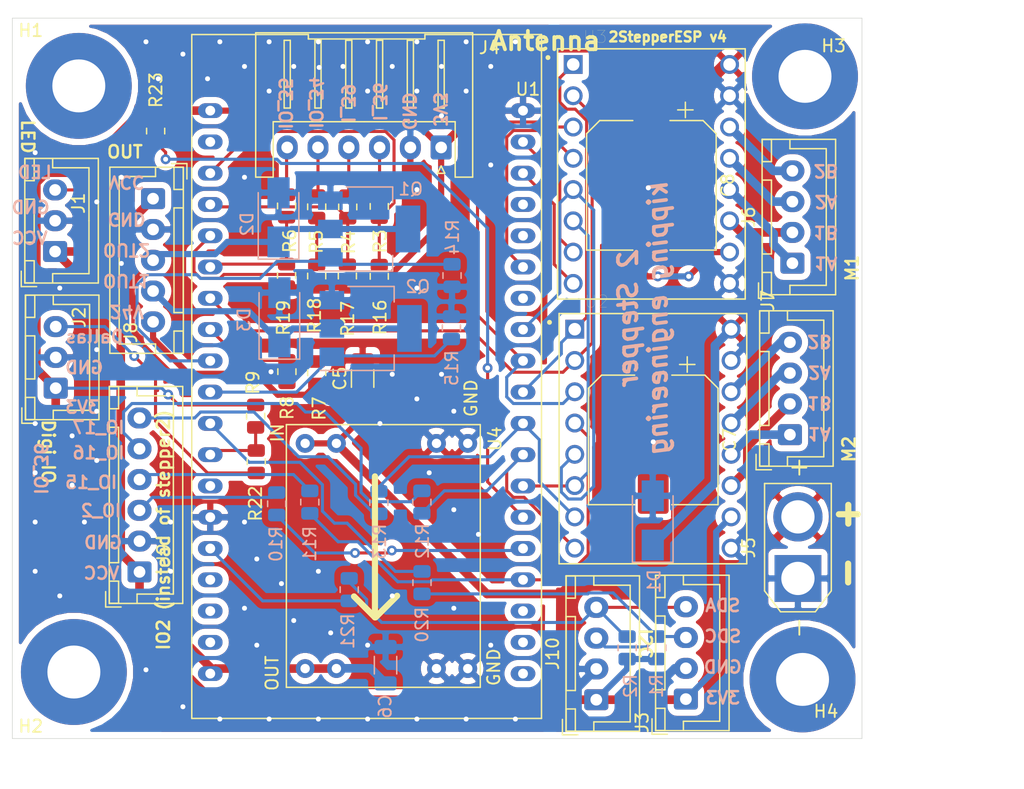
<source format=kicad_pcb>
(kicad_pcb (version 20240108) (generator "pcbnew") (generator_version "8.0")
  (layers (0 "F.Cu" signal) (31 "B.Cu" signal) (34 "B.Paste" user) (35 "F.Paste" user) (36 "B.SilkS" user "B.Silkscreen") (37 "F.SilkS" user "F.Silkscreen") (38 "B.Mask" user) (39 "F.Mask" user) (44 "Edge.Cuts" user))
  (net 0 "")
  (net 1 "LED")
  (net 2 "GND")
  (net 3 "VCC")
  (net 4 "Dallas")
  (net 5 "+3V3")
  (net 6 "SDA")
  (net 7 "SDC")
  (net 8 "Net-(J4-Pad6)")
  (net 9 "Net-(J4-Pad5)")
  (net 10 "Net-(J4-Pad4)")
  (net 11 "Net-(J4-Pad3)")
  (net 12 "+24V")
  (net 13 "Net-(J6-Pad4)")
  (net 14 "Net-(J6-Pad3)")
  (net 15 "Net-(J6-Pad2)")
  (net 16 "Net-(J6-Pad1)")
  (net 17 "Net-(J7-Pad4)")
  (net 18 "Net-(J7-Pad3)")
  (net 19 "Net-(J7-Pad2)")
  (net 20 "Net-(J7-Pad1)")
  (net 21 "Net-(U1-Pad20)")
  (net 22 "Net-(U1-Pad21)")
  (net 23 "Net-(U1-Pad17)")
  (net 24 "Net-(U1-Pad22)")
  (net 25 "Net-(U1-Pad16)")
  (net 26 "Net-(U1-Pad26)")
  (net 27 "OUT1")
  (net 28 "Net-(U1-Pad29)")
  (net 29 "Net-(U1-Pad30)")
  (net 30 "Net-(U1-Pad31)")
  (net 31 "Net-(U1-Pad32)")
  (net 32 "Net-(U1-Pad33)")
  (net 33 "Net-(U1-Pad34)")
  (net 34 "Net-(U1-Pad35)")
  (net 35 "Net-(U1-Pad36)")
  (net 36 "Net-(U1-Pad2)")
  (net 37 "Net-(U1-Pad37)")
  (net 38 "OUT2")
  (net 39 "Net-(U1-Pad18)")
  (net 40 "Net-(D2-Pad1)")
  (net 41 "Net-(D3-Pad1)")
  (net 42 "V_SUP")
  (net 43 "MOSI")
  (net 44 "Net-(J1-Pad3)")
  (net 45 "Net-(J2-Pad3)")
  (net 46 "Net-(J9-Pad6)")
  (net 47 "Net-(J9-Pad5)")
  (net 48 "Net-(J9-Pad4)")
  (net 49 "Net-(J9-Pad3)")
  (net 50 "Net-(R16-Pad2)")
  (net 51 "Net-(R17-Pad2)")
  (net 52 "Net-(R18-Pad2)")
  (net 53 "Net-(R19-Pad2)")
  (net 54 "GPIO_2")
  (net 55 "GPIO_15")
  (net 56 "GPIO_16")
  (net 57 "GPIO_17")
  (net 58 "Net-(U1-Pad13)")
  (net 59 "Net-(J10-Pad4)")
  (net 60 "Net-(J10-Pad3)")
  (footprint "Connector_JST:JST_XH_B4B-XH-A_1x04_P2.50mm_Vertical" (layer "F.Cu") (at 198.7 103.8 90)
    (property "Reference" "J3")
    (property "Value" "I2C")
  )
  (footprint "Connector_AMASS:AMASS_XT30U-F_1x02_P5.0mm_Vertical" (layer "F.Cu") (at 207.8 94 90)
    (property "Reference" "J5")
    (property "Value" "POWER_IN")
  )
  (footprint "Connector_JST:JST_XH_B4B-XH-A_1x04_P2.50mm_Vertical" (layer "F.Cu") (at 207.15 82.325 90)
    (property "Reference" "J7")
    (property "Value" "MOTOR")
  )
  (footprint "my_parts:ESP32_NODEMCU" (layer "F.Cu") (at 172.775 78.87 -90)
    (property "Reference" "U1")
    (property "Value" "NodeMCU32")
  )
  (footprint "MountingHole:MountingHole_4.3mm_M4_Pad" (layer "F.Cu") (at 149 101.6)
    (property "Reference" "H2")
    (property "Value" "MountingHole")
  )
  (footprint "MountingHole:MountingHole_4.3mm_M4_Pad" (layer "F.Cu") (at 208.375 53.225)
    (property "Reference" "H3")
    (property "Value" "MountingHole")
  )
  (footprint "MountingHole:MountingHole_4.3mm_M4_Pad" (layer "F.Cu") (at 208.175 102.2)
    (property "Reference" "H4")
    (property "Value" "MountingHole")
  )
  (footprint "Connector_JST:JST_XH_B5B-XH-A_1x05_P2.50mm_Vertical" (layer "F.Cu") (at 155.43 63.16 -90)
    (property "Reference" "J8")
    (property "Value" "OUT_IO")
  )
  (footprint "MountingHole:MountingHole_4.3mm_M4_Pad" (layer "F.Cu") (at 149.4 54)
    (property "Reference" "H1")
    (property "Value" "MountingHole")
  )
  (footprint "Connector_JST:JST_XH_B3B-XH-A_1x03_P2.50mm_Vertical" (layer "F.Cu") (at 147.475 67.45 90)
    (property "Reference" "J1")
    (property "Value" "LED_Strip")
  )
  (footprint "Capacitor_SMD:C_1206_3216Metric" (layer "F.Cu") (at 172.45 77.765 90)
    (property "Reference" "C5")
    (property "Value" "100µ")
  )
  (footprint "Capacitor_SMD:CP_Elec_10x10" (layer "F.Cu") (at 196.05 82.75 -90)
    (property "Reference" "C7")
    (property "Value" "100µ")
  )
  (footprint "Connector_JST:JST_XH_B3B-XH-A_1x03_P2.50mm_Vertical" (layer "F.Cu") (at 147.525 78.55 90)
    (property "Reference" "J2")
    (property "Value" "Dallas")
  )
  (footprint "Connector_JST:JST_XH_B4B-XH-A_1x04_P2.50mm_Vertical" (layer "F.Cu") (at 207.35 68.4 90)
    (property "Reference" "J6")
    (property "Value" "MOTOR")
  )
  (footprint "Connector_JST:JST_XH_B6B-XH-A_1x06_P2.50mm_Vertical" (layer "F.Cu") (at 154.33 93.47 90)
    (property "Reference" "J9")
    (property "Value" "INPUT")
  )
  (footprint "Resistor_SMD:R_0805_2012Metric" (layer "F.Cu") (at 173.8 63.7875 -90)
    (property "Reference" "R3")
    (property "Value" "100")
  )
  (footprint "Resistor_SMD:R_0805_2012Metric" (layer "F.Cu") (at 171.24 63.8325 -90)
    (property "Reference" "R4")
    (property "Value" "100")
  )
  (footprint "Resistor_SMD:R_0805_2012Metric" (layer "F.Cu") (at 168.72 63.82 -90)
    (property "Reference" "R5")
    (property "Value" "100")
  )
  (footprint "Resistor_SMD:R_0805_2012Metric" (layer "F.Cu") (at 166.275 63.75 -90)
    (property "Reference" "R6")
    (property "Value" "100")
  )
  (footprint "Resistor_SMD:R_0805_2012Metric" (layer "F.Cu") (at 168.72 77.2975 -90)
    (property "Reference" "R7")
    (property "Value" "100k")
  )
  (footprint "Resistor_SMD:R_0805_2012Metric" (layer "F.Cu") (at 166.3 77.2075 90)
    (property "Reference" "R8")
    (property "Value" "10k")
  )
  (footprint "Resistor_SMD:R_0805_2012Metric" (layer "F.Cu") (at 163.76 80.8225 -90)
    (property "Reference" "R9")
    (property "Value" "4k7")
  )
  (footprint "Resistor_SMD:R_0805_2012Metric" (layer "F.Cu") (at 173.8 69.47 90)
    (property "Reference" "R16")
    (property "Value" "4k7")
  )
  (footprint "Resistor_SMD:R_0805_2012Metric" (layer "F.Cu") (at 171.21 69.4425 90)
    (property "Reference" "R17")
    (property "Value" "4k7")
  )
  (footprint "Resistor_SMD:R_0805_2012Metric" (layer "F.Cu") (at 168.72 69.4425 90)
    (property "Reference" "R18")
    (property "Value" "4k7")
  )
  (footprint "Resistor_SMD:R_0805_2012Metric" (layer "F.Cu") (at 166.27 69.3875 90)
    (property "Reference" "R19")
    (property "Value" "4k7")
  )
  (footprint "Resistor_SMD:R_0805_2012Metric" (layer "F.Cu") (at 163.81 84.5225 90)
    (property "Reference" "R22")
    (property "Value" "100")
  )
  (footprint "Resistor_SMD:R_0805_2012Metric" (layer "F.Cu") (at 155.64 57.67 -90)
    (property "Reference" "R23")
    (property "Value" "100")
  )
  (footprint "Capacitor_SMD:CP_Elec_10x10" (layer "F.Cu") (at 195.9 62.075 -90)
    (property "Reference" "C8")
    (property "Value" "100µ")
  )
  (footprint "my_parts:MODULE_A4988_TMC2130_STEPPER" (layer "F.Cu") (at 195.9 61.15)
    (property "Reference" "U3")
    (property "Value" "A4988_TMC2130fysetc_STEPPER")
  )
  (footprint "my_parts:MODULE_A4988_TMC2130_STEPPER" (layer "F.Cu") (at 196.025 82.65)
    (property "Reference" "U2")
    (property "Value" "A4988_TMC2130fysetc_STEPPER")
  )
  (footprint "Connector_JST:JST_XH_B4B-XH-A_1x04_P2.50mm_Vertical" (layer "F.Cu") (at 191.425 103.85 90)
    (property "Reference" "J10")
    (property "Value" "I2C")
  )
  (footprint "my_parts:DCDC_1A_module" (layer "F.Cu") (at 175.4 91.16 90)
    (property "Reference" "U4")
    (property "Value" "DCDC_1A_Module")
  )
  (footprint "Connector_JST:JST_XH_S6B-XH-A_1x06_P2.50mm_Horizontal" (layer "F.Cu") (at 178.825 59 180)
    (property "Reference" "J4")
    (property "Value" "INPUT")
  )
  (footprint "Capacitor_SMD:C_1206_3216Metric" (layer "B.Cu") (at 174.31 101.045 90)
    (property "Reference" "C6")
    (property "Value" "100µ")
  )
  (footprint "Diode_SMD:D_SMA" (layer "B.Cu") (at 165.62 64.67 90)
    (property "Reference" "D2")
    (property "Value" "US2GA")
  )
  (footprint "Diode_SMD:D_SMA" (layer "B.Cu") (at 165.69 72.79 90)
    (property "Reference" "D3")
    (property "Value" "US2GA")
  )
  (footprint "Package_TO_SOT_SMD:SOT-223-3_TabPin2" (layer "B.Cu") (at 172.98 65.62)
    (property "Reference" "Q1")
    (property "Value" "BUK7880-55A")
  )
  (footprint "Package_TO_SOT_SMD:SOT-223-3_TabPin2" (layer "B.Cu") (at 173.1 73.7)
    (property "Reference" "Q2")
    (property "Value" "BUK7880-55A")
  )
  (footprint "Resistor_SMD:R_0805_2012Metric" (layer "B.Cu") (at 196.34 99.6325 -90)
    (property "Reference" "R1")
    (property "Value" "4k7")
  )
  (footprint "Resistor_SMD:R_0805_2012Metric" (layer "B.Cu") (at 193.93 99.6375 -90)
    (property "Reference" "R2")
    (property "Value" "4k7")
  )
  (footprint "Resistor_SMD:R_0805_2012Metric" (layer "B.Cu") (at 165.47 87.9375 -90)
    (property "Reference" "R10")
    (property "Value" "100")
  )
  (footprint "Resistor_SMD:R_0805_2012Metric" (layer "B.Cu") (at 168.16 87.8025 -90)
    (property "Reference" "R11")
    (property "Value" "100")
  )
  (footprint "Resistor_SMD:R_0805_2012Metric" (layer "B.Cu") (at 177.26 87.8 -90)
    (property "Reference" "R12")
    (property "Value" "100")
  )
  (footprint "Resistor_SMD:R_0805_2012Metric" (layer "B.Cu") (at 173.77 87.8425 90)
    (property "Reference" "R13")
    (property "Value" "100")
  )
  (footprint "Resistor_SMD:R_0805_2012Metric" (layer "B.Cu") (at 179.71 69.4025 -90)
    (property "Reference" "R14")
    (property "Value" "4k7")
  )
  (footprint "Resistor_SMD:R_0805_2012Metric" (layer "B.Cu") (at 179.66 73.6425 90)
    (property "Reference" "R15")
    (property "Value" "4k7")
  )
  (footprint "Resistor_SMD:R_0805_2012Metric" (layer "B.Cu") (at 177.27 94.3425 90)
    (property "Reference" "R20")
    (property "Value" "100")
  )
  (footprint "Resistor_SMD:R_0805_2012Metric" (layer "B.Cu") (at 171.36 94.91 -90)
    (property "Reference" "R21")
    (property "Value" "100")
  )
  (footprint "Diode_SMD:D_SMA" (layer "B.Cu") (at 196.01 89.29 90)
    (property "Reference" "D1")
    (property "Value" "US2GA")
  )
  (gr_line (start 144 107) (end 144 48.5) (stroke (width 0.05)) (layer "Edge.Cuts"))
  (gr_line (start 213 107) (end 144 107) (stroke (width 0.05)) (layer "Edge.Cuts"))
  (gr_line (start 144 48.5) (end 213 48.5) (stroke (width 0.05)) (layer "Edge.Cuts"))
  (gr_line (start 213 48.5) (end 213 107) (stroke (width 0.05)) (layer "Edge.Cuts"))
  (gr_text "v5\n" (at 154.1 105.35 0) (layer "F.Cu") (effects (font (size 1.5 1.5) (thickness 0.3))))
  (gr_text "VCC" (at 145.42 66.38 0) (layer "B.SilkS") (effects (font (size 1 1) (thickness 0.2)) (justify mirror)))
  (gr_text "3V3" (at 201.7 103.7 0) (layer "B.SilkS") (effects (font (size 1 1) (thickness 0.2)) (justify mirror)))
  (gr_text "SDC" (at 201.7 98.7 0) (layer "B.SilkS") (effects (font (size 1 1) (thickness 0.2)) (justify mirror)))
  (gr_text "GND" (at 201.7 101.2 0) (layer "B.SilkS") (effects (font (size 1 1) (thickness 0.2)) (justify mirror)))
  (gr_text "SDA" (at 201.7 96.2 0) (layer "B.SilkS") (effects (font (size 1 1) (thickness 0.2)) (justify mirror)))
  (gr_text "24V" (at 153.285 72.315 180) (layer "B.SilkS") (effects (font (size 1 1) (thickness 0.2)) (justify mirror)))
  (gr_text "1A" (at 210.075 68.395 180) (layer "B.SilkS") (effects (font (size 1 1) (thickness 0.2)) (justify mirror)))
  (gr_text "1B" (at 210.075 65.895 180) (layer "B.SilkS") (effects (font (size 1 1) (thickness 0.2)) (justify mirror)))
  (gr_text "2A" (at 210.075 63.395 180) (layer "B.SilkS") (effects (font (size 1 1) (thickness 0.2)) (justify mirror)))
  (gr_text "2B" (at 210.075 60.895 180) (layer "B.SilkS") (effects (font (size 1 1) (thickness 0.2)) (justify mirror)))
  (gr_text "1A" (at 209.55 82.25 180) (layer "B.SilkS") (effects (font (size 1 1) (thickness 0.2)) (justify mirror)))
  (gr_text "2A" (at 209.55 77.25 180) (layer "B.SilkS") (effects (font (size 1 1) (thickness 0.2)) (justify mirror)))
  (gr_text "2B" (at 209.55 74.75 180) (layer "B.SilkS") (effects (font (size 1 1) (thickness 0.2)) (justify mirror)))
  (gr_text "1B" (at 209.55 79.75 180) (layer "B.SilkS") (effects (font (size 1 1) (thickness 0.2)) (justify mirror)))
  (gr_text "IO_17" (at 151 81.75 0) (layer "B.SilkS") (effects (font (size 1 1) (thickness 0.2)) (justify mirror)))
  (gr_text "GND" (at 151.37 91.09 0) (layer "B.SilkS") (effects (font (size 1 1) (thickness 0.2)) (justify mirror)))
  (gr_text "IO_2" (at 151.2 88.5 0) (layer "B.SilkS") (effects (font (size 1 1) (thickness 0.2)) (justify mirror)))
  (gr_text "GND" (at 176.22 56.06 -90) (layer "B.SilkS") (effects (font (size 1 1) (thickness 0.2)) (justify mirror)))
  (gr_text "I_36" (at 173.83 55.29 -90) (layer "B.SilkS") (effects (font (size 1 1) (thickness 0.2)) (justify mirror)))
  (gr_text "IO_36" (at 146.3 85.08 -90) (layer "B.SilkS") (effects (font (size 1 1) (thickness 0.2)) (justify mirror)))
  (gr_text "VCC" (at 153.285 61.815 180) (layer "B.SilkS") (effects (font (size 1 1) (thickness 0.2)) (justify mirror)))
  (gr_text "3V3" (at 149.7 80.09 0) (layer "B.SilkS") (effects (font (size 1 1) (thickness 0.2)) (justify mirror)))
  (gr_text "LED" (at 145.83 61.03 0) (layer "B.SilkS") (effects (font (size 1 1) (thickness 0.2)) (justify mirror)))
  (gr_text "Dallas" (at 150.68 74.38 0) (layer "B.SilkS") (effects (font (size 1 1) (thickness 0.2)) (justify mirror)))
  (gr_text "IO_15" (at 150.4 86.2 0) (layer "B.SilkS") (effects (font (size 1 1) (thickness 0.2)) (justify mirror)))
  (gr_text "GND" (at 153.285 64.815 180) (layer "B.SilkS") (effects (font (size 1 1) (thickness 0.2)) (justify mirror)))
  (gr_text "IO_16" (at 151 83.8 0) (layer "B.SilkS") (effects (font (size 1 1) (thickness 0.2)) (justify mirror)))
  (gr_text "IO_35" (at 166.16 55.42 -90) (layer "B.SilkS") (effects (font (size 1 1) (thickness 0.2)) (justify mirror)))
  (gr_text "OUT2" (at 153.285 67.315 180) (layer "B.SilkS") (effects (font (size 1 1) (thickness 0.2)) (justify mirror)))
  (gr_text "3V3" (at 178.73 55.9 270) (layer "B.SilkS") (effects (font (size 1 1) (thickness 0.2)) (justify mirror)))
  (gr_text "2 Stepper\nkipping engineering" (at 195.21 72.8 90) (layer "B.SilkS") (effects (font (size 1.5 1.5) (thickness 0.3) (italic yes)) (justify mirror)))
  (gr_text "I_39" (at 171.25 55.42 -90) (layer "B.SilkS") (effects (font (size 1 1) (thickness 0.2)) (justify mirror)))
  (gr_text "GND" (at 145.49 63.88 0) (layer "B.SilkS") (effects (font (size 1 1) (thickness 0.2)) (justify mirror)))
  (gr_text "VCC" (at 151.24 93.58 0) (layer "B.SilkS") (effects (font (size 1 1) (thickness 0.2)) (justify mirror)))
  (gr_text "OUT1" (at 153.285 69.815 180) (layer "B.SilkS") (effects (font (size 1 1) (thickness 0.2)) (justify mirror)))
  (gr_text "IO_34" (at 168.64 55.36 -90) (layer "B.SilkS") (effects (font (size 1 1) (thickness 0.2)) (justify mirror)))
  (gr_text "GND" (at 149.84 76.88 0) (layer "B.SilkS") (effects (font (size 1 1) (thickness 0.2)) (justify mirror)))
  (gr_text "-" (at 211.74 93.56 90) (layer "F.SilkS") (effects (font (size 2 2) (thickness 0.5)) (justify mirror)))
  (gr_text "LED" (at 145.25 58.12 270) (layer "F.SilkS") (effects (font (size 1 1) (thickness 0.2))))
  (gr_text "M1" (at 212.2 68.8 90) (layer "F.SilkS") (effects (font (size 1 1) (thickness 0.2))))
  (gr_text "IO2 (instead of stepper2)" (at 156.27 90.07 90) (layer "F.SilkS") (effects (font (size 1 1) (thickness 0.2))))
  (gr_text "2StepperESP v4" (at 197.225 50.025 0) (layer "F.SilkS") (effects (font (size 0.8 0.8) (thickness 0.2))))
  (gr_text "M2" (at 211.95 83.5 90) (layer "F.SilkS") (effects (font (size 1 1) (thickness 0.2))))
  (gr_text "Antenna" (at 187.3 50.35 0) (layer "F.SilkS") (effects (font (size 1.5 1.5) (thickness 0.3))))
  (gr_text "OUT" (at 153.14 59.36 0) (layer "F.SilkS") (effects (font (size 1 1) (thickness 0.2))))
  (gr_text "I2C" (at 195.4 99.3 -90) (layer "F.SilkS") (effects (font (size 1 1) (thickness 0.2))))
  (gr_text "+" (at 211.89 88.65 0) (layer "F.SilkS") (effects (font (size 2 2) (thickness 0.5)) (justify mirror)))
  (gr_text "Digi IO" (at 146.92 83.7 270) (layer "F.SilkS") (effects (font (size 1 1) (thickness 0.2))))
  (segment (start 182.6 86.155) (end 182.6 76.91) (width 0.25) (layer "F.Cu") (net 1))
  (segment (start 156.45 59.3925) (end 155.64 58.5825) (width 0.25) (layer "F.Cu") (net 1))
  (segment (start 156.45 59.96) (end 156.45 59.3925) (width 0.25) (layer "F.Cu") (net 1))
  (segment (start 185.475 89.03) (end 182.6 86.155) (width 0.25) (layer "F.Cu") (net 1))
  (via (at 156.45 59.96) (size 0.8) (drill 0.4) (layers "F.Cu" "B.Cu") (net 1))
  (via (at 182.6 76.91) (size 0.8) (drill 0.4) (layers "F.Cu" "B.Cu") (net 1))
  (segment (start 165.838295 60.30001) (end 165.498285 59.96) (width 0.25) (layer "B.Cu") (net 1))
  (segment (start 182.6 76.91) (end 182.6 65.56) (width 0.25) (layer "B.Cu") (net 1))
  (segment (start 165.498285 59.96) (end 156.45 59.96) (width 0.25) (layer "B.Cu") (net 1))
  (segment (start 182.6 65.56) (end 177.34001 60.30001) (width 0.25) (layer "B.Cu") (net 1))
  (segment (start 177.34001 60.30001) (end 165.838295 60.30001) (width 0.25) (layer "B.Cu") (net 1))
  (segment (start 195.9 62.53) (end 195.65 62.28) (width 0.7) (layer "F.Cu") (net 2))
  (segment (start 166.3 78.12) (end 165.91 78.12) (width 0.25) (layer "F.Cu") (net 2))
  (segment (start 165.91 78.12) (end 165.01 77.22) (width 0.25) (layer "F.Cu") (net 2))
  (segment (start 195.9 66.075) (end 195.9 62.53) (width 0.7) (layer "F.Cu") (net 2))
  (segment (start 196.05 86.75) (end 196.05 82.91) (width 0.7) (layer "F.Cu") (net 2))
  (via (at 174.855 77.42) (size 0.8) (drill 0.4) (layers "F.Cu" "B.Cu") (net 2))
  (via (at 163.855 92.42) (size 0.8) (drill 0.4) (layers "F.Cu" "B.Cu") (net 2))
  (via (at 150.855 75.42) (size 0.8) (drill 0.4) (layers "F.Cu" "B.Cu") (net 2))
  (via (at 196.05 82.91) (size 0.8) (drill 0.4) (layers "F.Cu" "B.Cu") (net 2))
  (via (at 147.855 70.42) (size 0.8) (drill 0.4) (layers "F.Cu" "B.Cu") (net 2))
  (via (at 145.855 81.42) (size 0.8) (drill 0.4) (layers "F.Cu" "B.Cu") (net 2))
  (via (at 152.855 68.42) (size 0.8) (drill 0.4) (layers "F.Cu" "B.Cu") (net 2))
  (via (at 160.855 105.42) (size 0.8) (drill 0.4) (layers "F.Cu" "B.Cu") (net 2))
  (via (at 180.855 54.42) (size 0.8) (drill 0.4) (layers "F.Cu" "B.Cu") (net 2))
  (via (at 164.855 54.42) (size 0.8) (drill 0.4) (layers "F.Cu" "B.Cu") (net 2))
  (via (at 145.855 89.42) (size 0.8) (drill 0.4) (layers "F.Cu" "B.Cu") (net 2))
  (via (at 176.855 62.42) (size 0.8) (drill 0.4) (layers "F.Cu" "B.Cu") (net 2))
  (via (at 145.855 93.42) (size 0.8) (drill 0.4) (layers "F.Cu" "B.Cu") (net 2))
  (via (at 176.855 105.42) (size 0.8) (drill 0.4) (layers "F.Cu" "B.Cu") (net 2))
  (via (at 165.01 77.22) (size 0.8) (drill 0.4) (layers "F.Cu" "B.Cu") (net 2))
  (via (at 178.855 56.42) (size 0.8) (drill 0.4) (layers "F.Cu" "B.Cu") (net 2))
  (via (at 179.855 96.42) (size 0.8) (drill 0.4) (layers "F.Cu" "B.Cu") (net 2))
  (via (at 154.855 50.42) (size 0.8) (drill 0.4) (layers "F.Cu" "B.Cu") (net 2))
  (via (at 168.855 105.42) (size 0.8) (drill 0.4) (layers "F.Cu" "B.Cu") (net 2))
  (via (at 150.855 63.42) (size 0.8) (drill 0.4) (layers "F.Cu" "B.Cu") (net 2))
  (via (at 163.855 99.42) (size 0.8) (drill 0.4) (layers "F.Cu" "B.Cu") (net 2))
  (via (at 173.855 81.42) (size 0.8) (drill 0.4) (layers "F.Cu" "B.Cu") (net 2))
  (via (at 176.855 54.42) (size 0.8) (drill 0.4) (layers "F.Cu" "B.Cu") (net 2))
  (via (at 157.855 104.42) (size 0.8) (drill 0.4) (layers "F.Cu" "B.Cu") (net 2))
  (via (at 176.855 50.42) (size 0.8) (drill 0.4) (layers "F.Cu" "B.Cu") (net 2))
  (via (at 172.855 54.42) (size 0.8) (drill 0.4) (layers "F.Cu" "B.Cu") (net 2))
  (via (at 156.855 93.42) (size 0.8) (drill 0.4) (layers "F.Cu" "B.Cu") (net 2))
  (via (at 195.65 62.28) (size 0.8) (drill 0.4) (layers "F.Cu" "B.Cu") (net 2))
  (via (at 154.855 101.42) (size 0.8) (drill 0.4) (layers "F.Cu" "B.Cu") (net 2))
  (via (at 178.855 52.42) (size 0.8) (drill 0.4) (layers "F.Cu" "B.Cu") (net 2))
  (via (at 172.855 50.42) (size 0.8) (drill 0.4) (layers "F.Cu" "B.Cu") (net 2))
  (via (at 184.855 50.42) (size 0.8) (drill 0.4) (layers "F.Cu" "B.Cu") (net 2))
  (via (at 164.855 50.42) (size 0.8) (drill 0.4) (layers "F.Cu" "B.Cu") (net 2))
  (via (at 152.855 61.42) (size 0.8) (drill 0.4) (layers "F.Cu" "B.Cu") (net 2))
  (via (at 162.855 89.42) (size 0.8) (drill 0.4) (layers "F.Cu" "B.Cu") (net 2))
  (via (at 150.855 80.42) (size 0.8) (drill 0.4) (layers "F.Cu" "B.Cu") (net 2))
  (via (at 168.855 93.42) (size 0.8) (drill 0.4) (layers "F.Cu" "B.Cu") (net 2))
  (via (at 182.855 99.42) (size 0.8) (drill 0.4) (layers "F.Cu" "B.Cu") (net 2))
  (via (at 179.855 88.42) (size 0.8) (drill 0.4) (layers "F.Cu" "B.Cu") (net 2))
  (via (at 150.855 84.42) (size 0.8) (drill 0.4) (layers "F.Cu" "B.Cu") (net 2))
  (via (at 164.855 105.42) (size 0.8) (drill 0.4) (layers "F.Cu" "B.Cu") (net 2))
  (via (at 181.855 90.42) (size 0.8) (drill 0.4) (layers "F.Cu" "B.Cu") (net 2))
  (via (at 160.855 50.42) (size 0.8) (drill 0.4) (layers "F.Cu" "B.Cu") (net 2))
  (via (at 157.855 51.42) (size 0.8) (drill 0.4) (layers "F.Cu" "B.Cu") (net 2))
  (via (at 180.855 50.42) (size 0.8) (drill 0.4) (layers "F.Cu" "B.Cu") (net 2))
  (via (at 149.855 89.42) (size 0.8) (drill 0.4) (layers "F.Cu" "B.Cu") (net 2))
  (via (at 156.855 89.42) (size 0.8) (drill 0.4) (layers "F.Cu" "B.Cu") (net 2))
  (via (at 169.855 98.42) (size 0.8) (drill 0.4) (layers "F.Cu" "B.Cu") (net 2))
  (via (at 184.855 105.42) (size 0.8) (drill 0.4) (layers "F.Cu" "B.Cu") (net 2))
  (via (at 174.855 95.42) (size 0.8) (drill 0.4) (layers "F.Cu" "B.Cu") (net 2))
  (via (at 145.855 59.42) (size 0.8) (drill 0.4) (layers "F.Cu" "B.Cu") (net 2))
  (via (at 166.855 97.42) (size 0.8) (drill 0.4) (layers "F.Cu" "B.Cu") (net 2))
  (via (at 178.855 77.42) (size 0.8) (drill 0.4) (layers "F.Cu" "B.Cu") (net 2))
  (via (at 179.855 80.42) (size 0.8) (drill 0.4) (layers "F.Cu" "B.Cu") (net 2))
  (via (at 148.855 86.42) (size 0.8) (drill 0.4) (layers "F.Cu" "B.Cu") (net 2))
  (via (at 162.855 52.42) (size 0.8) (drill 0.4) (layers "F.Cu" "B.Cu") (net 2))
  (via (at 168.92 52.5) (size 0.8) (drill 0.4) (layers "F.Cu" "B.Cu") (net 2))
  (via (at 172.855 105.42) (size 0.8) (drill 0.4) (layers "F.Cu" "B.Cu") (net 2))
  (via (at 176.855 70.42) (size 0.8) (drill 0.4) (layers "F.Cu" "B.Cu") (net 2))
  (via (at 182.855 52.42) (size 0.8) (drill 0.4) (layers "F.Cu" "B.Cu") (net 2))
  (via (at 170.855 52.42) (size 0.8) (drill 0.4) (layers "F.Cu" "B.Cu") (net 2))
  (via (at 159.855 53.42) (size 0.8) (drill 0.4) (layers "F.Cu" "B.Cu") (net 2))
  (via (at 180.855 105.42) (size 0.8) (drill 0.4) (layers "F.Cu" "B.Cu") (net 2))
  (via (at 182.855 60.42) (size 0.8) (drill 0.4) (layers "F.Cu" "B.Cu") (net 2))
  (via (at 145.855 85.42) (size 0.8) (drill 0.4) (layers "F.Cu" "B.Cu") (net 2))
  (via (at 162.855 96.42) (size 0.8) (drill 0.4) (layers "F.Cu" "B.Cu") (net 2))
  (via (at 176.855 79.42) (size 0.8) (drill 0.4) (layers "F.Cu" "B.Cu") (net 2))
  (via (at 168.855 50.42) (size 0.8) (drill 0.4) (layers "F.Cu" "B.Cu") (net 2))
  (via (at 148.855 82.42) (size 0.8) (drill 0.4) (layers "F.Cu" "B.Cu") (net 2))
  (via (at 147.855 95.42) (size 0.8) (drill 0.4) (layers "F.Cu" "B.Cu") (net 2))
  (via (at 155.855 53.42) (size 0.8) (drill 0.4) (layers "F.Cu" "B.Cu") (net 2))
  (via (at 172.855 99.42) (size 0.8) (drill 0.4) (layers "F.Cu" "B.Cu") (net 2))
  (via (at 174.855 52.42) (size 0.8) (drill 0.4) (layers "F.Cu" "B.Cu") (net 2))
  (via (at 162.855 61.42) (size 0.8) (drill 0.4) (layers "F.Cu" "B.Cu") (net 2))
  (via (at 165.855 94.42) (size 0.8) (drill 0.4) (layers "F.Cu" "B.Cu") (net 2))
  (via (at 166.855 52.42) (size 0.8) (drill 0.4) (layers "F.Cu" "B.Cu") (net 2))
  (via (at 177.855 85.42) (size 0.8) (drill 0.4) (layers "F.Cu" "B.Cu") (net 2))
  (segment (start 190.938612 105.82) (end 189.89999 104.781378) (width 0.7) (layer "B.Cu") (net 2))
  (segment (start 198.7 101.3) (end 197.8 101.3) (width 0.7) (layer "B.Cu") (net 2))
  (segment (start 197.8 101.3) (end 193.28 105.82) (width 0.7) (layer "B.Cu") (net 2))
  (segment (start 189.89999 102.87501) (end 191.425 101.35) (width 0.7) (layer "B.Cu") (net 2))
  (segment (start 189.89999 104.781378) (end 189.89999 102.87501) (width 0.7) (layer "B.Cu") (net 2))
  (segment (start 193.28 105.82) (end 190.938612 105.82) (width 0.7) (layer "B.Cu") (net 2))
  (segment (start 147.475 67.45) (end 151.14 67.45) (width 0.7) (layer "F.Cu") (net 3))
  (segment (start 154.33 95.471359) (end 160.075 101.216359) (width 0.7) (layer "F.Cu") (net 3))
  (segment (start 154.33 93.47) (end 152.80499 91.94499) (width 0.7) (layer "F.Cu") (net 3))
  (segment (start 152.80499 72.77999) (end 147.475 67.45) (width 0.7) (layer "F.Cu") (net 3))
  (segment (start 167.78 101.32) (end 160.485 101.32) (width 0.7) (layer "F.Cu") (net 3))
  (segment (start 160.485 101.32) (end 160.075 101.73) (width 0.7) (layer "F.Cu") (net 3))
  (segment (start 151.14 67.45) (end 155.43 63.16) (width 0.7) (layer "F.Cu") (net 3))
  (segment (start 152.80499 91.94499) (end 152.80499 72.77999) (width 0.7) (layer "F.Cu") (net 3))
  (segment (start 160.075 101.216359) (end 160.075 101.73) (width 0.7) (layer "F.Cu") (net 3))
  (segment (start 167.78 101.32) (end 170.32 101.32) (width 0.7) (layer "F.Cu") (net 3))
  (segment (start 154.33 93.47) (end 154.33 95.471359) (width 0.7) (layer "F.Cu") (net 3))
  (segment (start 174.31 102.52) (end 173.09 101.3) (width 0.7) (layer "B.Cu") (net 3))
  (segment (start 170.34 101.3) (end 170.32 101.32) (width 0.7) (layer "B.Cu") (net 3))
  (segment (start 173.09 101.3) (end 170.34 101.3) (width 0.7) (layer "B.Cu") (net 3))
  (segment (start 163.81 83.61) (end 160.415 83.61) (width 0.25) (layer "F.Cu") (net 4))
  (segment (start 163.76 81.735) (end 163.76 83.56) (width 0.25) (layer "F.Cu") (net 4))
  (segment (start 163.76 83.56) (end 163.81 83.61) (width 0.25) (layer "F.Cu") (net 4))
  (segment (start 160.415 83.61) (end 160.075 83.95) (width 0.25) (layer "F.Cu") (net 4))
  (segment (start 147.525 91.206359) (end 147.525 78.55) (width 0.7) (layer "F.Cu") (net 5))
  (segment (start 156.736388 56.01) (end 156.421378 55.69499) (width 0.7) (layer "F.Cu") (net 5))
  (segment (start 160.168641 103.85) (end 147.525 91.206359) (width 0.7) (layer "F.Cu") (net 5))
  (segment (start 178.825 65.234966) (end 173.8 70.259966) (width 0.5) (layer "F.Cu") (net 5))
  (segment (start 173.8 70.259966) (end 173.8 70.3825) (width 0.5) (layer "F.Cu") (net 5))
  (segment (start 154.28501 55.69499) (end 154.250001 55.729999) (width 0.7) (layer "F.Cu") (net 5))
  (segment (start 163.76 79.91) (end 157.50001 79.91) (width 0.25) (layer "F.Cu") (net 5))
  (segment (start 195.555034 69.47) (end 192.651387 66.566353) (width 0.5) (layer "F.Cu") (net 5))
  (segment (start 198.65 103.85) (end 198.7 103.8) (width 0.7) (layer "F.Cu") (net 5))
  (segment (start 196.42 69.47) (end 195.555034 69.47) (width 0.5) (layer "F.Cu") (net 5))
  (segment (start 154.250001 56.328001) (end 149.528012 61.04999) (width 0.7) (layer "F.Cu") (net 5))
  (segment (start 160.075 56.01) (end 175.835 56.01) (width 0.5) (layer "F.Cu") (net 5))
  (segment (start 192.651387 66.566353) (end 192.651387 50.944999) (width 0.5) (layer "F.Cu") (net 5))
  (segment (start 191.425 103.85) (end 198.65 103.85) (width 0.7) (layer "F.Cu") (net 5))
  (segment (start 200.9 67.5) (end 198.93 69.47) (width 0.5) (layer "F.Cu") (net 5))
  (segment (start 173.8 70.3825) (end 171.2375 70.3825) (width 0.5) (layer "F.Cu") (net 5))
  (segment (start 145.94999 61.870097) (end 145.94999 76.97499) (width 0.7) (layer "F.Cu") (net 5))
  (segment (start 160.075 56.01) (end 156.736388 56.01) (width 0.7) (layer "F.Cu") (net 5))
  (segment (start 202.25 67.5) (end 200.9 67.5) (width 0.5) (layer "F.Cu") (net 5))
  (segment (start 191.425 103.85) (end 183.67 103.85) (width 0.7) (layer "F.Cu") (net 5))
  (segment (start 183.67 103.85) (end 160.168641 103.85) (width 0.7) (layer "F.Cu") (net 5))
  (segment (start 157.50001 79.91) (end 156.66 79.06999) (width 0.25) (layer "F.Cu") (net 5))
  (segment (start 166.325 70.355) (end 166.27 70.3) (width 0.5) (layer "F.Cu") (net 5))
  (segment (start 156.421378 55.69499) (end 154.28501 55.69499) (width 0.7) (layer "F.Cu") (net 5))
  (segment (start 178.825 59) (end 178.825 65.234966) (width 0.5) (layer "F.Cu") (net 5))
  (segment (start 145.94999 76.97499) (end 147.525 78.55) (width 0.7) (layer "F.Cu") (net 5))
  (segment (start 154.250001 55.729999) (end 154.250001 56.328001) (width 0.7) (layer "F.Cu") (net 5))
  (segment (start 186.880001 50.944999) (end 178.825 59) (width 0.7) (layer "F.Cu") (net 5))
  (segment (start 171.21 70.355) (end 168.72 70.355) (width 0.5) (layer "F.Cu") (net 5))
  (segment (start 146.770097 61.04999) (end 145.94999 61.870097) (width 0.7) (layer "F.Cu") (net 5))
  (segment (start 175.835 56.01) (end 178.825 59) (width 0.5) (layer "F.Cu") (net 5))
  (segment (start 168.72 70.355) (end 166.325 70.355) (width 0.5) (layer "F.Cu") (net 5))
  (segment (start 171.2375 70.3825) (end 171.21 70.355) (width 0.5) (layer "F.Cu") (net 5))
  (segment (start 149.528012 61.04999) (end 146.770097 61.04999) (width 0.7) (layer "F.Cu") (net 5))
  (segment (start 192.651387 50.944999) (end 186.880001 50.944999) (width 0.7) (layer "F.Cu") (net 5))
  (via (at 196.42 69.47) (size 0.8) (drill 0.4) (layers "F.Cu" "B.Cu") (net 5))
  (via (at 198.93 69.47) (size 0.8) (drill 0.4) (layers "F.Cu" "B.Cu") (net 5))
  (via (at 156.66 79.06999) (size 0.8) (drill 0.4) (layers "F.Cu" "B.Cu") (net 5))
  (segment (start 201.159999 90.215001) (end 201.159999 101.340001) (width 0.5) (layer "B.Cu") (net 5))
  (segment (start 193.935 100.545) (end 193.93 100.55) (width 0.5) (layer "B.Cu") (net 5))
  (segment (start 156.66 79.06999) (end 156.14001 78.55) (width 0.25) (layer "B.Cu") (net 5))
  (segment (start 193.93 101.345) (end 191.425 103.85) (width 0.5) (layer "B.Cu") (net 5))
  (segment (start 156.14001 78.55) (end 147.525 78.55) (width 0.25) (layer "B.Cu") (net 5))
  (segment (start 198.93 69.47) (end 196.42 69.47) (width 0.5) (layer "B.Cu") (net 5))
  (segment (start 196.34 100.545) (end 193.935 100.545) (width 0.5) (layer "B.Cu") (net 5))
  (segment (start 202.375 89) (end 201.159999 90.215001) (width 0.5) (layer "B.Cu") (net 5))
  (segment (start 193.93 100.55) (end 193.93 101.345) (width 0.5) (layer "B.Cu") (net 5))
  (segment (start 201.159999 101.340001) (end 198.7 103.8) (width 0.5) (layer "B.Cu") (net 5))
  (segment (start 164.3275 95.8225) (end 160.075 91.57) (width 0.25) (layer "B.Cu") (net 6))
  (segment (start 171.36 95.8225) (end 164.3275 95.8225) (width 0.25) (layer "B.Cu") (net 6))
  (segment (start 167.364701 84.569011) (end 163.234011 84.569011) (width 0.25) (layer "B.Cu") (net 7))
  (segment (start 169.18501 88.5357) (end 169.18501 86.38932) (width 0.25) (layer "B.Cu") (net 7))
  (segment (start 171.18892 89.51251) (end 170.16182 89.51251) (width 0.25) (layer "B.Cu") (net 7))
  (segment (start 170.16182 89.51251) (end 169.18501 88.5357) (width 0.25) (layer "B.Cu") (net 7))
  (segment (start 177.27 93.43) (end 175.10641 93.43) (width 0.25) (layer "B.Cu") (net 7))
  (segment (start 169.18501 86.38932) (end 167.364701 84.569011) (width 0.25) (layer "B.Cu") (net 7))
  (segment (start 163.234011 84.569011) (end 160.075 81.41) (width 0.25) (layer "B.Cu") (net 7))
  (segment (start 175.10641 93.43) (end 171.18892 89.51251) (width 0.25) (layer "B.Cu") (net 7))
  (segment (start 166.275 62.8375) (end 166.275 59.05) (width 0.25) (layer "F.Cu") (net 8))
  (segment (start 166.275 59.05) (end 166.325 59) (width 0.25) (layer "F.Cu") (net 8))
  (segment (start 168.825 59) (end 168.825 62.8025) (width 0.25) (layer "F.Cu") (net 9))
  (segment (start 168.825 62.8025) (end 168.72 62.9075) (width 0.25) (layer "F.Cu") (net 9))
  (segment (start 171.325 59) (end 171.325 62.835) (width 0.25) (layer "F.Cu") (net 10))
  (segment (start 171.325 62.835) (end 171.24 62.92) (width 0.25) (layer "F.Cu") (net 10))
  (segment (start 173.825 59) (end 173.825 62.85) (width 0.25) (layer "F.Cu") (net 11))
  (segment (start 173.825 62.85) (end 173.8 62.875) (width 0.25) (layer "F.Cu") (net 11))
  (segment (start 158.30001 77.38001) (end 155.43 74.51) (width 0.5) (layer "F.Cu") (net 12))
  (segment (start 182.54801 95.26001) (end 170.32 83.032) (width 0.7) (layer "F.Cu") (net 12))
  (segment (start 201.715 52.26) (end 202.25 52.26) (width 0.7) (layer "F.Cu") (net 12))
  (segment (start 197.85001 88.961212) (end 201.743799 92.855001) (width 0.7) (layer "F.Cu") (net 12))
  (segment (start 168.72 78.21) (end 167.84749 79.08251) (width 0.5) (layer "F.Cu") (net 12))
  (segment (start 203.944999 92.855001) (end 207.8 89) (width 0.7) (layer "F.Cu") (net 12))
  (segment (start 170.32 83.032) (end 167.78 83.032) (width 0.5) (layer "F.Cu") (net 12))
  (segment (start 191.44001 83.35999) (end 191.44001 92.3428) (width 0.7) (layer "F.Cu") (net 12))
  (segment (start 172.45 79.24) (end 169.75 79.24) (width 0.5) (layer "F.Cu") (net 12))
  (segment (start 172.45 79.24) (end 172.45 80.902) (width 0.5) (layer "F.Cu") (net 12))
  (segment (start 197.70001 77.09999) (end 197.70001 59.87501) (width 0.7) (layer "F.Cu") (net 12))
  (segment (start 196.05 78.75) (end 197.70001 77.09999) (width 0.7) (layer "F.Cu") (net 12))
  (segment (start 201.743799 92.855001) (end 203.944999 92.855001) (width 0.7) (layer "F.Cu") (net 12))
  (segment (start 197.85001 88.961212) (end 197.85001 80.55001) (width 0.7) (layer "F.Cu") (net 12))
  (segment (start 195.9 58.075) (end 201.715 52.26) (width 0.7) (layer "F.Cu") (net 12))
  (segment (start 197.85001 80.55001) (end 196.05 78.75) (width 0.7) (layer "F.Cu") (net 12))
  (segment (start 188.5228 95.26001) (end 182.54801 95.26001) (width 0.7) (layer "F.Cu") (net 12))
  (segment (start 191.44001 92.3428) (end 188.5228 95.26001) (width 0.7) (layer "F.Cu") (net 12))
  (segment (start 167.84749 79.08251) (end 165.560044 79.08251) (width 0.5) (layer "F.Cu") (net 12))
  (segment (start 165.560044 79.08251) (end 163.857544 77.38001) (width 0.5) (layer "F.Cu") (net 12))
  (segment (start 163.857544 77.38001) (end 158.30001 77.38001) (width 0.5) (layer "F.Cu") (net 12))
  (segment (start 155.43 74.51) (end 155.43 73.16) (width 0.5) (layer "F.Cu") (net 12))
  (segment (start 169.75 79.24) (end 168.72 78.21) (width 0.5) (layer "F.Cu") (net 12))
  (segment (start 172.45 80.902) (end 170.32 83.032) (width 0.5) (layer "F.Cu") (net 12))
  (segment (start 197.70001 59.87501) (end 195.9 58.075) (width 0.7) (layer "F.Cu") (net 12))
  (segment (start 196.05 78.75) (end 191.44001 83.35999) (width 0.7) (layer "F.Cu") (net 12))
  (segment (start 196.01 91.29) (end 201.059999 86.240001) (width 0.7) (layer "B.Cu") (net 12))
  (segment (start 201.059999 75.075001) (end 202.375 73.76) (width 0.7) (layer "B.Cu") (net 12))
  (segment (start 201.059999 86.240001) (end 201.059999 75.075001) (width 0.7) (layer "B.Cu") (net 12))
  (segment (start 207.35 60.9) (end 205.81 60.9) (width 0.7) (layer "B.Cu") (net 13))
  (segment (start 205.81 60.9) (end 202.25 57.34) (width 0.7) (layer "B.Cu") (net 13))
  (segment (start 207.35 63.4) (end 205.77 63.4) (width 0.7) (layer "B.Cu") (net 14))
  (segment (start 205.77 63.4) (end 202.25 59.88) (width 0.7) (layer "B.Cu") (net 14))
  (segment (start 207.35 65.9) (end 203.19 65.9) (width 0.7) (layer "F.Cu") (net 15))
  (segment (start 203.19 65.9) (end 202.25 64.96) (width 0.7) (layer "F.Cu") (net 15))
  (segment (start 207.35 68.4) (end 205.82499 66.87499) (width 0.7) (layer "B.Cu") (net 16))
  (segment (start 205.82499 65.99499) (end 202.25 62.42) (width 0.7) (layer "B.Cu") (net 16))
  (segment (start 205.82499 66.87499) (end 205.82499 65.99499) (width 0.7) (layer "B.Cu") (net 16))
  (segment (start 207.15 74.825) (end 206.39 74.825) (width 0.7) (layer "B.Cu") (net 17))
  (segment (start 206.39 74.825) (end 202.375 78.84) (width 0.7) (layer "B.Cu") (net 17))
  (segment (start 207.15 77.325) (end 206.43 77.325) (width 0.7) (layer "B.Cu") (net 18))
  (segment (start 206.43 77.325) (end 202.375 81.38) (width 0.7) (layer "B.Cu") (net 18))
  (segment (start 203.690001 83.284999) (end 203.690001 85.144999) (width 0.7) (layer "F.Cu") (net 19))
  (segment (start 203.690001 85.144999) (end 202.375 86.46) (width 0.7) (layer "F.Cu") (net 19))
  (segment (start 207.15 79.825) (end 203.690001 83.284999) (width 0.7) (layer "F.Cu") (net 19))
  (segment (start 203.97 82.325) (end 202.375 83.92) (width 0.7) (layer "B.Cu") (net 20))
  (segment (start 207.15 82.325) (end 203.97 82.325) (width 0.7) (layer "B.Cu") (net 20))
  (segment (start 189.645 86.49) (end 189.675 86.46) (width 0.25) (layer "F.Cu") (net 26))
  (segment (start 185.475 86.49) (end 189.645 86.49) (width 0.25) (layer "F.Cu") (net 26))
  (segment (start 190.765001 66.175001) (end 189.55 64.96) (width 0.25) (layer "B.Cu") (net 26))
  (segment (start 189.675 86.46) (end 190.765001 85.369999) (width 0.25) (layer "B.Cu") (net 26))
  (segment (start 190.765001 85.369999) (end 190.765001 66.175001) (width 0.25) (layer "B.Cu") (net 26))
  (segment (start 169.95 76) (end 167.08 78.87) (width 0.25) (layer "B.Cu") (net 27))
  (segment (start 170.024999 75.925001) (end 169.95 76) (width 0.25) (layer "B.Cu") (net 27))
  (segment (start 179.66 74.555) (end 178.289999 75.925001) (width 0.25) (layer "B.Cu") (net 27))
  (segment (start 167.08 78.87) (end 160.075 78.87) (width 0.25) (layer "B.Cu") (net 27))
  (segment (start 178.289999 75.925001) (end 170.024999 75.925001) (width 0.25) (layer "B.Cu") (net 27))
  (segment (start 189.713203 55.890001) (end 190.640001 56.816799) (width 0.25) (layer "F.Cu") (net 28))
  (segment (start 188.459999 55.323201) (end 189.026799 55.890001) (width 0.25) (layer "F.Cu") (net 28))
  (segment (start 189.55 52.26) (end 188.459999 53.350001) (width 0.25) (layer "F.Cu") (net 28))
  (segment (start 190.640001 56.816799) (end 190.640001 72.794999) (width 0.25) (layer "F.Cu") (net 28))
  (segment (start 190.640001 72.794999) (end 189.675 73.76) (width 0.25) (layer "F.Cu") (net 28))
  (segment (start 189.026799 55.890001) (end 189.713203 55.890001) (width 0.25) (layer "F.Cu") (net 28))
  (segment (start 188.459999 53.350001) (end 188.459999 55.323201) (width 0.25) (layer "F.Cu") (net 28))
  (segment (start 188.584999 74.850001) (end 188.584999 75.760001) (width 0.25) (layer "B.Cu") (net 28))
  (segment (start 189.675 73.76) (end 188.584999 74.850001) (width 0.25) (layer "B.Cu") (net 28))
  (segment (start 188.584999 75.760001) (end 185.475 78.87) (width 0.25) (layer "B.Cu") (net 28))
  (segment (start 189.55 57.34) (end 187.71 57.34) (width 0.25) (layer "F.Cu") (net 29))
  (segment (start 181.78 59.34) (end 181.78 72.635) (width 0.25) (layer "F.Cu") (net 29))
  (segment (start 183.085 58.035) (end 181.78 59.34) (width 0.25) (layer "F.Cu") (net 29))
  (segment (start 181.78 72.635) (end 185.475 76.33) (width 0.25) (layer "F.Cu") (net 29))
  (segment (start 183.84501 56.93501) (end 183.085 57.69502) (width 0.25) (layer "F.Cu") (net 29))
  (segment (start 187.71 57.34) (end 187.30501 56.93501) (width 0.25) (layer "F.Cu") (net 29))
  (segment (start 187.30501 56.93501) (end 183.84501 56.93501) (width 0.25) (layer "F.Cu") (net 29))
  (segment (start 183.085 57.69502) (end 183.085 58.035) (width 0.25) (layer "F.Cu") (net 29))
  (segment (start 184.14999 77.65501) (end 185.475 76.33) (width 0.25) (layer "B.Cu") (net 29))
  (segment (start 184.691849 79.79501) (end 184.14999 79.253151) (width 0.25) (layer "B.Cu") (net 29))
  (segment (start 184.14999 79.253151) (end 184.14999 77.65501) (width 0.25) (layer "B.Cu") (net 29))
  (segment (start 189.675 78.84) (end 188.71999 79.79501) (width 0.25) (layer "B.Cu") (net 29))
  (segment (start 188.71999 79.79501) (end 184.691849 79.79501) (width 0.25) (layer "B.Cu") (net 29))
  (segment (start 188.584999 86.983201) (end 189.151799 87.550001) (width 0.25) (layer "B.Cu") (net 30))
  (segment (start 189.675 83.92) (end 188.584999 85.010001) (width 0.25) (layer "B.Cu") (net 30))
  (segment (start 191.215011 86.533191) (end 191.215011 64.085011) (width 0.25) (layer "B.Cu") (net 30))
  (segment (start 188.584999 85.010001) (end 188.584999 86.983201) (width 0.25) (layer "B.Cu") (net 30))
  (segment (start 189.151799 87.550001) (end 190.198201 87.550001) (width 0.25) (layer "B.Cu") (net 30))
  (segment (start 188.459999 63.510001) (end 188.459999 70.805001) (width 0.25) (layer "B.Cu") (net 30))
  (segment (start 188.459999 70.805001) (end 185.475 73.79) (width 0.25) (layer "B.Cu") (net 30))
  (segment (start 190.198201 87.550001) (end 191.215011 86.533191) (width 0.25) (layer "B.Cu") (net 30))
  (segment (start 191.215011 64.085011) (end 189.55 62.42) (width 0.25) (layer "B.Cu") (net 30))
  (segment (start 189.55 62.42) (end 188.459999 63.510001) (width 0.25) (layer "B.Cu") (net 30))
  (segment (start 184.691849 57.62499) (end 184.14999 58.166849) (width 0.25) (layer "F.Cu") (net 32))
  (segment (start 184.14999 67.38499) (end 185.475 68.71) (width 0.25) (layer "F.Cu") (net 32))
  (segment (start 187.29499 57.62499) (end 184.691849 57.62499) (width 0.25) (layer "F.Cu") (net 32))
  (segment (start 189.55 59.88) (end 187.29499 57.62499) (width 0.25) (layer "F.Cu") (net 32))
  (segment (start 184.14999 58.166849) (end 184.14999 67.38499) (width 0.25) (layer "F.Cu") (net 32))
  (segment (start 188.009989 68.499989) (end 188.009989 63.624989) (width 0.25) (layer "F.Cu") (net 35))
  (segment (start 188.009989 63.624989) (end 185.475 61.09) (width 0.25) (layer "F.Cu") (net 35))
  (segment (start 189.55 70.04) (end 188.009989 68.499989) (width 0.25) (layer "F.Cu") (net 35))
  (segment (start 188.459999 66.409999) (end 188.459999 61.534999) (width 0.25) (layer "F.Cu") (net 37))
  (segment (start 189.55 67.5) (end 188.459999 66.409999) (width 0.25) (layer "F.Cu") (net 37))
  (segment (start 188.459999 61.534999) (end 185.475 58.55) (width 0.25) (layer "F.Cu") (net 37))
  (segment (start 169.504999 68.245001) (end 169.83 67.92) (width 0.25) (layer "B.Cu") (net 38))
  (segment (start 154.12999 70.173295) (end 154.968275 69.33501) (width 0.25) (layer "B.Cu") (net 38))
  (segment (start 156.813285 76.33) (end 154.12999 73.646705) (width 0.25) (layer "B.Cu") (net 38))
  (segment (start 164.109988 69.63501) (end 165.499997 68.245001) (width 0.25) (layer "B.Cu") (net 38))
  (segment (start 154.12999 73.646705) (end 154.12999 70.173295) (width 0.25) (layer "B.Cu") (net 38))
  (segment (start 158.991849 69.33501) (end 159.291849 69.63501) (width 0.25) (layer "B.Cu") (net 38))
  (segment (start 154.968275 69.33501) (end 158.991849 69.33501) (width 0.25) (layer "B.Cu") (net 38))
  (segment (start 170.4 68.49) (end 169.83 67.92) (width 0.25) (layer "B.Cu") (net 38))
  (segment (start 160.075 76.33) (end 156.813285 76.33) (width 0.25) (layer "B.Cu") (net 38))
  (segment (start 165.499997 68.245001) (end 169.504999 68.245001) (width 0.25) (layer "B.Cu") (net 38))
  (segment (start 159.291849 69.63501) (end 164.109988 69.63501) (width 0.25) (layer "B.Cu") (net 38))
  (segment (start 179.71 68.49) (end 170.4 68.49) (width 0.25) (layer "B.Cu") (net 38))
  (segment (start 155.93001 67.65999) (end 155.43 68.16) (width 0.5) (layer "B.Cu") (net 40))
  (segment (start 165.62 66.67) (end 161.459938 66.67) (width 0.5) (layer "B.Cu") (net 40))
  (segment (start 160.469948 67.65999) (end 155.93001 67.65999) (width 0.5) (layer "B.Cu") (net 40))
  (segment (start 169.83 65.62) (end 166.67 65.62) (width 0.5) (layer "B.Cu") (net 40))
  (segment (start 161.459938 66.67) (end 160.469948 67.65999) (width 0.5) (layer "B.Cu") (net 40))
  (segment (start 166.67 65.62) (end 165.62 66.67) (width 0.5) (layer "B.Cu") (net 40))
  (segment (start 176.13 65.62) (end 169.83 65.62) (width 0.5) (layer "B.Cu") (net 40))
  (segment (start 166.78 73.7) (end 165.69 74.79) (width 0.5) (layer "B.Cu") (net 41))
  (segment (start 163.20001 72.30001) (end 157.07001 72.30001) (width 0.5) (layer "B.Cu") (net 41))
  (segment (start 165.69 74.79) (end 163.20001 72.30001) (width 0.5) (layer "B.Cu") (net 41))
  (segment (start 157.07001 72.30001) (end 155.43 70.66) (width 0.5) (layer "B.Cu") (net 41))
  (segment (start 176.25 73.7) (end 169.95 73.7) (width 0.5) (layer "B.Cu") (net 41))
  (segment (start 169.95 73.7) (end 166.78 73.7) (width 0.5) (layer "B.Cu") (net 41))
  (segment (start 166.39 76.385) (end 166.3 76.295) (width 0.25) (layer "F.Cu") (net 42))
  (segment (start 162.58 76.295) (end 160.075 73.79) (width 0.25) (layer "F.Cu") (net 42))
  (segment (start 168.72 76.385) (end 166.39 76.385) (width 0.25) (layer "F.Cu") (net 42))
  (segment (start 166.3 76.295) (end 162.58 76.295) (width 0.25) (layer "F.Cu") (net 42))
  (segment (start 162.718161 73.893161) (end 160.075 71.25) (width 0.25) (layer "F.Cu") (net 43))
  (segment (start 184.691849 77.25501) (end 181.33 73.893161) (width 0.25) (layer "F.Cu") (net 43))
  (segment (start 191.09001 56.34001) (end 191.09001 74.88499) (width 0.25) (layer "F.Cu") (net 43))
  (segment (start 188.71999 77.25501) (end 184.691849 77.25501) (width 0.25) (layer "F.Cu") (net 43))
  (segment (start 189.675 76.3) (end 188.71999 77.25501) (width 0.25) (layer "F.Cu") (net 43))
  (segment (start 189.55 54.8) (end 191.09001 56.34001) (width 0.25) (layer "F.Cu") (net 43))
  (segment (start 181.33 73.893161) (end 162.718161 73.893161) (width 0.25) (layer "F.Cu") (net 43))
  (segment (start 191.09001 74.88499) (end 189.675 76.3) (width 0.25) (layer "F.Cu") (net 43))
  (segment (start 149.08261 62.45) (end 147.475 62.45) (width 0.25) (layer "F.Cu") (net 44))
  (segment (start 154.77511 56.7575) (end 149.08261 62.45) (width 0.25) (layer "F.Cu") (net 44))
  (segment (start 155.64 56.7575) (end 154.77511 56.7575) (width 0.25) (layer "F.Cu") (net 44))
  (segment (start 159.851839 85.435) (end 155.63001 81.213171) (width 0.25) (layer "F.Cu") (net 45))
  (segment (start 155.63001 77.67001) (end 153.9 75.94) (width 0.25) (layer "F.Cu") (net 45))
  (segment (start 163.81 85.435) (end 159.851839 85.435) (width 0.25) (layer "F.Cu") (net 45))
  (segment (start 155.63001 78.57001) (end 155.63001 77.67001) (width 0.25) (layer "F.Cu") (net 45))
  (segment (start 155.63001 81.213171) (end 155.63001 78.57001) (width 0.25) (layer "F.Cu") (net 45))
  (segment (start 155.63001 78.57001) (end 155.8 78.74) (width 0.25) (layer "F.Cu") (net 45))
  (via (at 153.9 75.94) (size 0.8) (drill 0.4) (layers "F.Cu" "B.Cu") (net 45))
  (segment (start 153.9 75.94) (end 151.51 73.55) (width 0.25) (layer "B.Cu") (net 45))
  (segment (start 151.51 73.55) (end 147.525 73.55) (width 0.25) (layer "B.Cu") (net 45))
  (segment (start 167.258239 84.119001) (end 169.644691 84.119001) (width 0.25) (layer "B.Cu") (net 46))
  (segment (start 171.87501 87.2386) (end 173.39141 88.755) (width 0.25) (layer "B.Cu") (net 46))
  (segment (start 173.39141 88.755) (end 173.77 88.755) (width 0.25) (layer "B.Cu") (net 46))
  (segment (start 158.806839 80.97) (end 159.291849 80.48499) (width 0.25) (layer "B.Cu") (net 46))
  (segment (start 159.291849 80.48499) (end 163.624228 80.48499) (width 0.25) (layer "B.Cu") (net 46))
  (segment (start 163.624228 80.48499) (end 167.258239 84.119001) (width 0.25) (layer "B.Cu") (net 46))
  (segment (start 154.33 80.97) (end 158.806839 80.97) (width 0.25) (layer "B.Cu") (net 46))
  (segment (start 171.87501 86.34932) (end 171.87501 87.2386) (width 0.25) (layer "B.Cu") (net 46))
  (segment (start 169.644691 84.119001) (end 171.87501 86.34932) (width 0.25) (layer "B.Cu") (net 46))
  (segment (start 153.02999 82.16999) (end 153.02999 80.483295) (width 0.25) (layer "B.Cu") (net 47))
  (segment (start 153.718295 79.79499) (end 159.291829 79.79499) (width 0.25) (layer "B.Cu") (net 47))
  (segment (start 154.33 83.47) (end 153.02999 82.16999) (width 0.25) (layer "B.Cu") (net 47))
  (segment (start 176.37999 87.76751) (end 177.26 86.8875) (width 0.25) (layer "B.Cu") (net 47))
  (segment (start 172.32502 83.428258) (end 172.32502 87.01071) (width 0.25) (layer "B.Cu") (net 47))
  (segment (start 159.291849 79.79501) (end 167.11499 79.79501) (width 0.25) (layer "B.Cu") (net 47))
  (segment (start 167.11499 79.79501) (end 167.80497 80.48499) (width 0.25) (layer "B.Cu") (net 47))
  (segment (start 153.02999 80.483295) (end 153.718295 79.79499) (width 0.25) (layer "B.Cu") (net 47))
  (segment (start 172.32502 87.01071) (end 173.08182 87.76751) (width 0.25) (layer "B.Cu") (net 47))
  (segment (start 159.291829 79.79499) (end 159.291849 79.79501) (width 0.25) (layer "B.Cu") (net 47))
  (segment (start 173.08182 87.76751) (end 176.37999 87.76751) (width 0.25) (layer "B.Cu") (net 47))
  (segment (start 167.80497 80.48499) (end 169.381752 80.48499) (width 0.25) (layer "B.Cu") (net 47))
  (segment (start 169.381752 80.48499) (end 172.32502 83.428258) (width 0.25) (layer "B.Cu") (net 47))
  (segment (start 154.73501 85.56499) (end 154.33 85.97) (width 0.25) (layer "B.Cu") (net 48))
  (segment (start 166.83499 85.56499) (end 154.73501 85.56499) (width 0.25) (layer "B.Cu") (net 48))
  (segment (start 168.16 86.89) (end 166.83499 85.56499) (width 0.25) (layer "B.Cu") (net 48))
  (segment (start 155.38499 87.41501) (end 154.33 88.47) (width 0.25) (layer "B.Cu") (net 49))
  (segment (start 165.07999 87.41501) (end 155.38499 87.41501) (width 0.25) (layer "B.Cu") (net 49))
  (segment (start 165.47 87.025) (end 165.07999 87.41501) (width 0.25) (layer "B.Cu") (net 49))
  (segment (start 163.46501 57.69999) (end 160.075 61.09) (width 0.25) (layer "F.Cu") (net 50))
  (segment (start 175.00001 63.49999) (end 175.00001 58.388295) (width 0.25) (layer "F.Cu") (net 50))
  (segment (start 174.311705 57.69999) (end 163.46501 57.69999) (width 0.25) (layer "F.Cu") (net 50))
  (segment (start 175.00001 58.388295) (end 174.311705 57.69999) (width 0.25) (layer "F.Cu") (net 50))
  (segment (start 173.8 64.7) (end 173.8 68.5575) (width 0.25) (layer "F.Cu") (net 50))
  (segment (start 173.8 64.7) (end 175.00001 63.49999) (width 0.25) (layer "F.Cu") (net 50))
  (segment (start 170.31999 63.82499) (end 160.26999 63.82499) (width 0.25) (layer "F.Cu") (net 51))
  (segment (start 171.24 64.745) (end 170.31999 63.82499) (width 0.25) (layer "F.Cu") (net 51))
  (segment (start 171.24 68.5) (end 171.21 68.53) (width 0.25) (layer "F.Cu") (net 51))
  (segment (start 160.26999 63.82499) (end 160.075 63.63) (width 0.25) (layer "F.Cu") (net 51))
  (segment (start 171.24 64.745) (end 171.24 68.5) (width 0.25) (layer "F.Cu") (net 51))
  (segment (start 158.74999 67.49501) (end 160.075 66.17) (width 0.25) (layer "F.Cu") (net 52))
  (segment (start 160.858151 69.63501) (end 159.291849 69.63501) (width 0.25) (layer "F.Cu") (net 52))
  (segment (start 168.72 68.53) (end 167.93749 69.31251) (width 0.25) (layer "F.Cu") (net 52))
  (segment (start 158.74999 69.093151) (end 158.74999 67.49501) (width 0.25) (layer "F.Cu") (net 52))
  (segment (start 168.72 64.7325) (end 168.72 68.53) (width 0.25) (layer "F.Cu") (net 52))
  (segment (start 167.93749 69.31251) (end 161.180651 69.31251) (width 0.25) (layer "F.Cu") (net 52))
  (segment (start 159.291849 69.63501) (end 158.74999 69.093151) (width 0.25) (layer "F.Cu") (net 52))
  (segment (start 161.180651 69.31251) (end 160.858151 69.63501) (width 0.25) (layer "F.Cu") (net 52))
  (segment (start 166.27 68.475) (end 160.31 68.475) (width 0.25) (layer "F.Cu") (net 53))
  (segment (start 166.275 68.47) (end 166.27 68.475) (width 0.25) (layer "F.Cu") (net 53))
  (segment (start 166.275 64.6625) (end 166.275 68.47) (width 0.25) (layer "F.Cu") (net 53))
  (segment (start 160.31 68.475) (end 160.075 68.71) (width 0.25) (layer "F.Cu") (net 53))
  (segment (start 171.83 91.93) (end 174.62 91.93) (width 0.25) (layer "F.Cu") (net 54))
  (segment (start 174.62 91.93) (end 174.82 91.73) (width 0.25) (layer "F.Cu") (net 54))
  (via (at 174.82 91.73) (size 0.8) (drill 0.4) (layers "F.Cu" "B.Cu") (net 54))
  (via (at 171.83 91.93) (size 0.8) (drill 0.4) (layers "F.Cu" "B.Cu") (net 54))
  (segment (start 185.315 91.73) (end 185.475 91.57) (width 0.25) (layer "B.Cu") (net 54))
  (segment (start 174.82 91.73) (end 185.315 91.73) (width 0.25) (layer "B.Cu") (net 54))
  (segment (start 165.47 88.85) (end 168.55 91.93) (width 0.25) (layer "B.Cu") (net 54))
  (segment (start 168.55 91.93) (end 171.83 91.93) (width 0.25) (layer "B.Cu") (net 54))
  (segment (start 190.765001 82.470001) (end 190.765001 92.063201) (width 0.25) (layer "F.Cu") (net 55))
  (segment (start 188.718202 94.11) (end 185.475 94.11) (width 0.25) (layer "F.Cu") (net 55))
  (segment (start 189.675 81.38) (end 190.765001 82.470001) (width 0.25) (layer "F.Cu") (net 55))
  (segment (start 190.765001 92.063201) (end 188.718202 94.11) (width 0.25) (layer "F.Cu") (net 55))
  (segment (start 175.30751 94.26751) (end 172.06 91.02) (width 0.25) (layer "B.Cu") (net 55))
  (segment (start 170.465 91.02) (end 168.16 88.715) (width 0.25) (layer "B.Cu") (net 55))
  (segment (start 177.95818 94.26751) (end 175.30751 94.26751) (width 0.25) (layer "B.Cu") (net 55))
  (segment (start 172.06 91.02) (end 170.465 91.02) (width 0.25) (layer "B.Cu") (net 55))
  (segment (start 178.11569 94.11) (end 177.95818 94.26751) (width 0.25) (layer "B.Cu") (net 55))
  (segment (start 185.475 94.11) (end 178.11569 94.11) (width 0.25) (layer "B.Cu") (net 55))
  (segment (start 186.80001 88.66501) (end 186.80001 88.646849) (width 0.25) (layer "F.Cu") (net 56))
  (segment (start 184.14999 85.27501) (end 185.475 83.95) (width 0.25) (layer "F.Cu") (net 56))
  (segment (start 184.14999 86.873151) (end 184.14999 85.27501) (width 0.25) (layer "F.Cu") (net 56))
  (segment (start 189.675 91.54) (end 186.80001 88.66501) (width 0.25) (layer "F.Cu") (net 56))
  (segment (start 186.80001 88.646849) (end 185.568171 87.41501) (width 0.25) (layer "F.Cu") (net 56))
  (segment (start 184.691849 87.41501) (end 184.14999 86.873151) (width 0.25) (layer "F.Cu") (net 56))
  (segment (start 185.568171 87.41501) (end 184.691849 87.41501) (width 0.25) (layer "F.Cu") (net 56))
  (segment (start 185.475 83.95) (end 182.5375 86.8875) (width 0.25) (layer "B.Cu") (net 56))
  (segment (start 179.085 86.8875) (end 177.26 88.7125) (width 0.25) (layer "B.Cu") (net 56))
  (segment (start 182.5375 86.8875) (end 179.085 86.8875) (width 0.25) (layer "B.Cu") (net 56))
  (segment (start 182.765999 84.119001) (end 185.475 81.41) (width 0.25) (layer "B.Cu") (net 57))
  (segment (start 173.77 86.57) (end 176.220999 84.119001) (width 0.25) (layer "B.Cu") (net 57))
  (segment (start 189.675 89) (end 186.80001 86.12501) (width 0.25) (layer "B.Cu") (net 57))
  (segment (start 176.220999 84.119001) (end 182.765999 84.119001) (width 0.25) (layer "B.Cu") (net 57))
  (segment (start 186.80001 86.12501) (end 186.80001 82.73501) (width 0.25) (layer "B.Cu") (net 57))
  (segment (start 173.77 86.93) (end 173.77 86.57) (width 0.25) (layer "B.Cu") (net 57))
  (segment (start 186.80001 82.73501) (end 185.475 81.41) (width 0.25) (layer "B.Cu") (net 57))
  (segment (start 198.65 96.35) (end 198.7 96.3) (width 0.25) (layer "F.Cu") (net 59))
  (segment (start 191.425 96.35) (end 198.65 96.35) (width 0.25) (layer "F.Cu") (net 59))
  (segment (start 193.93 98.725) (end 193.8 98.725) (width 0.25) (layer "B.Cu") (net 59))
  (segment (start 171.36 93.9975) (end 171.36 94.29681) (width 0.25) (layer "B.Cu") (net 59))
  (segment (start 172.77499 96.35318) (end 173.99682 97.57501) (width 0.25) (layer "B.Cu") (net 59))
  (segment (start 173.99682 97.57501) (end 190.19999 97.57501) (width 0.25) (layer "B.Cu") (net 59))
  (segment (start 172.77499 95.7118) (end 172.77499 96.35318) (width 0.25) (layer "B.Cu") (net 59))
  (segment (start 171.36 94.29681) (end 172.77499 95.7118) (width 0.25) (layer "B.Cu") (net 59))
  (segment (start 193.8 98.725) (end 191.425 96.35) (width 0.25) (layer "B.Cu") (net 59))
  (segment (start 190.19999 97.57501) (end 191.425 96.35) (width 0.25) (layer "B.Cu") (net 59))
  (segment (start 192.13751 99.56251) (end 191.425 98.85) (width 0.25) (layer "B.Cu") (net 60))
  (segment (start 190.813295 95.17499) (end 192.79499 95.17499) (width 0.25) (layer "B.Cu") (net 60))
  (segment (start 196.34 98.72) (end 198.62 98.72) (width 0.25) (layer "B.Cu") (net 60))
  (segment (start 198.62 98.72) (end 198.7 98.8) (width 0.25) (layer "B.Cu") (net 60))
  (segment (start 195.49749 99.56251) (end 192.13751 99.56251) (width 0.25) (layer "B.Cu") (net 60))
  (segment (start 177.27 95.255) (end 190.733285 95.255) (width 0.25) (layer "B.Cu") (net 60))
  (segment (start 196.34 98.72) (end 195.49749 99.56251) (width 0.25) (layer "B.Cu") (net 60))
  (segment (start 196.34 98.72) (end 192.79499 95.17499) (width 0.25) (layer "B.Cu") (net 60))
  (segment (start 190.733285 95.255) (end 190.813295 95.17499) (width 0.25) (layer "B.Cu") (net 60))
  (zone (net 12) (net_name "+24V") (layer "F.Cu") (connect_pads (clearance 0.508)) (min_thickness 0.254) (fill yes (thermal_gap 0.508) (thermal_bridge_width 0.508))
    (polygon (pts (xy 214.8 111.125) (xy 188.1 109.975) (xy 188.35 47.375) (xy 214.7 47.025)))
  )
  (zone (net 2) (net_name "GND") (layer "F.Cu") (connect_pads (clearance 0.508)) (min_thickness 0.254) (fill yes (thermal_gap 0.508) (thermal_bridge_width 0.508))
    (polygon (pts (xy 187.18 107.91) (xy 143 108) (xy 143 47.5) (xy 187.64 47.42)))
  )
  (zone (net 2) (net_name "GND") (layer "B.Cu") (connect_pads (clearance 0.508)) (min_thickness 0.254) (fill yes (thermal_gap 0.508) (thermal_bridge_width 0.508))
    (polygon (pts (xy 213.5 107.5) (xy 143.5 107.5) (xy 143.5 48) (xy 213.5 48)))
  )
)
</source>
